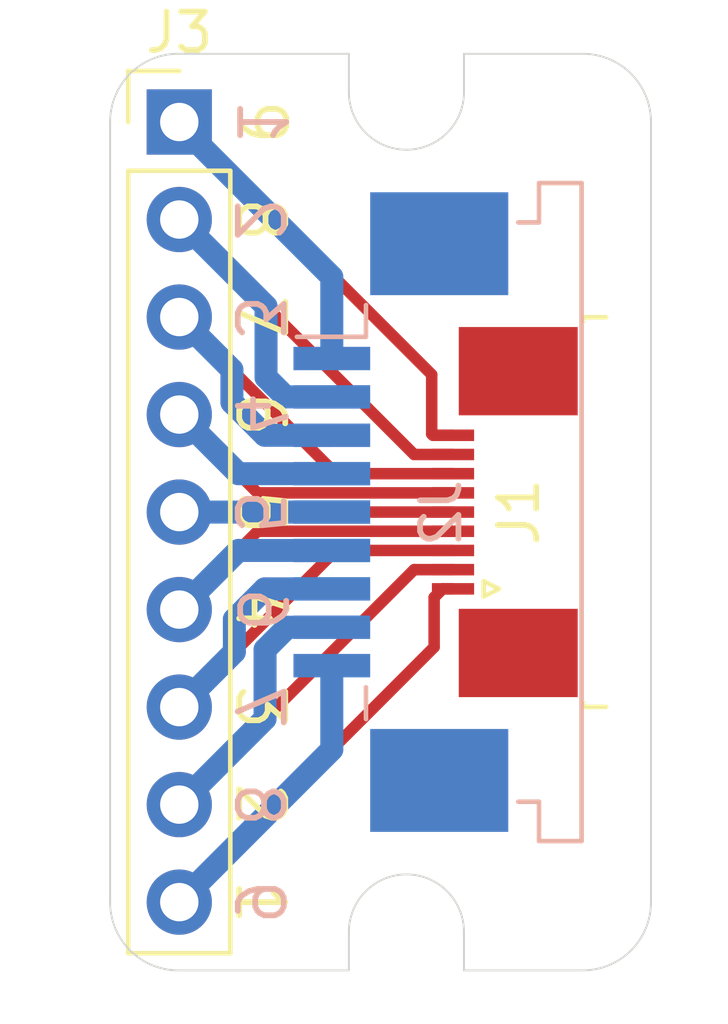
<source format=kicad_pcb>
(kicad_pcb (version 20171130) (host pcbnew "(5.1.6)-1")

  (general
    (thickness 1.6)
    (drawings 34)
    (tracks 48)
    (zones 0)
    (modules 3)
    (nets 12)
  )

  (page A4)
  (layers
    (0 F.Cu signal)
    (31 B.Cu signal)
    (32 B.Adhes user)
    (33 F.Adhes user)
    (34 B.Paste user)
    (35 F.Paste user)
    (36 B.SilkS user)
    (37 F.SilkS user)
    (38 B.Mask user)
    (39 F.Mask user)
    (40 Dwgs.User user)
    (41 Cmts.User user)
    (42 Eco1.User user)
    (43 Eco2.User user)
    (44 Edge.Cuts user)
    (45 Margin user)
    (46 B.CrtYd user)
    (47 F.CrtYd user)
    (48 B.Fab user)
    (49 F.Fab user)
  )

  (setup
    (last_trace_width 0.25)
    (user_trace_width 0.3)
    (user_trace_width 0.6)
    (trace_clearance 0.2)
    (zone_clearance 0.508)
    (zone_45_only no)
    (trace_min 0.2)
    (via_size 0.8)
    (via_drill 0.4)
    (via_min_size 0.4)
    (via_min_drill 0.3)
    (uvia_size 0.3)
    (uvia_drill 0.1)
    (uvias_allowed no)
    (uvia_min_size 0.2)
    (uvia_min_drill 0.1)
    (edge_width 0.05)
    (segment_width 0.2)
    (pcb_text_width 0.3)
    (pcb_text_size 1.5 1.5)
    (mod_edge_width 0.12)
    (mod_text_size 1 1)
    (mod_text_width 0.15)
    (pad_size 1.524 1.524)
    (pad_drill 0.762)
    (pad_to_mask_clearance 0.05)
    (aux_axis_origin 0 0)
    (visible_elements 7FFFFFFF)
    (pcbplotparams
      (layerselection 0x010fc_ffffffff)
      (usegerberextensions false)
      (usegerberattributes true)
      (usegerberadvancedattributes true)
      (creategerberjobfile true)
      (excludeedgelayer true)
      (linewidth 0.100000)
      (plotframeref false)
      (viasonmask false)
      (mode 1)
      (useauxorigin false)
      (hpglpennumber 1)
      (hpglpenspeed 20)
      (hpglpendiameter 15.000000)
      (psnegative false)
      (psa4output false)
      (plotreference true)
      (plotvalue true)
      (plotinvisibletext false)
      (padsonsilk false)
      (subtractmaskfromsilk false)
      (outputformat 1)
      (mirror false)
      (drillshape 1)
      (scaleselection 1)
      (outputdirectory ""))
  )

  (net 0 "")
  (net 1 "Net-(J1-PadMP)")
  (net 2 "Net-(J1-Pad9)")
  (net 3 "Net-(J1-Pad8)")
  (net 4 "Net-(J1-Pad7)")
  (net 5 "Net-(J1-Pad6)")
  (net 6 "Net-(J1-Pad5)")
  (net 7 "Net-(J1-Pad4)")
  (net 8 "Net-(J1-Pad3)")
  (net 9 "Net-(J1-Pad2)")
  (net 10 "Net-(J1-Pad1)")
  (net 11 "Net-(J2-PadMP)")

  (net_class Default "This is the default net class."
    (clearance 0.2)
    (trace_width 0.25)
    (via_dia 0.8)
    (via_drill 0.4)
    (uvia_dia 0.3)
    (uvia_drill 0.1)
    (add_net "Net-(J1-Pad1)")
    (add_net "Net-(J1-Pad2)")
    (add_net "Net-(J1-Pad3)")
    (add_net "Net-(J1-Pad4)")
    (add_net "Net-(J1-Pad5)")
    (add_net "Net-(J1-Pad6)")
    (add_net "Net-(J1-Pad7)")
    (add_net "Net-(J1-Pad8)")
    (add_net "Net-(J1-Pad9)")
    (add_net "Net-(J1-PadMP)")
    (add_net "Net-(J2-PadMP)")
  )

  (module Connector_PinHeader_2.54mm:PinHeader_1x09_P2.54mm_Vertical (layer F.Cu) (tedit 59FED5CC) (tstamp 60D8A864)
    (at 156.6795 95.3135)
    (descr "Through hole straight pin header, 1x09, 2.54mm pitch, single row")
    (tags "Through hole pin header THT 1x09 2.54mm single row")
    (path /60D84A81)
    (fp_text reference J3 (at 0 -2.33) (layer F.SilkS)
      (effects (font (size 1 1) (thickness 0.15)))
    )
    (fp_text value Conn_01x09 (at 0 22.65) (layer F.Fab)
      (effects (font (size 1 1) (thickness 0.15)))
    )
    (fp_line (start 1.8 -1.8) (end -1.8 -1.8) (layer F.CrtYd) (width 0.05))
    (fp_line (start 1.8 22.1) (end 1.8 -1.8) (layer F.CrtYd) (width 0.05))
    (fp_line (start -1.8 22.1) (end 1.8 22.1) (layer F.CrtYd) (width 0.05))
    (fp_line (start -1.8 -1.8) (end -1.8 22.1) (layer F.CrtYd) (width 0.05))
    (fp_line (start -1.33 -1.33) (end 0 -1.33) (layer F.SilkS) (width 0.12))
    (fp_line (start -1.33 0) (end -1.33 -1.33) (layer F.SilkS) (width 0.12))
    (fp_line (start -1.33 1.27) (end 1.33 1.27) (layer F.SilkS) (width 0.12))
    (fp_line (start 1.33 1.27) (end 1.33 21.65) (layer F.SilkS) (width 0.12))
    (fp_line (start -1.33 1.27) (end -1.33 21.65) (layer F.SilkS) (width 0.12))
    (fp_line (start -1.33 21.65) (end 1.33 21.65) (layer F.SilkS) (width 0.12))
    (fp_line (start -1.27 -0.635) (end -0.635 -1.27) (layer F.Fab) (width 0.1))
    (fp_line (start -1.27 21.59) (end -1.27 -0.635) (layer F.Fab) (width 0.1))
    (fp_line (start 1.27 21.59) (end -1.27 21.59) (layer F.Fab) (width 0.1))
    (fp_line (start 1.27 -1.27) (end 1.27 21.59) (layer F.Fab) (width 0.1))
    (fp_line (start -0.635 -1.27) (end 1.27 -1.27) (layer F.Fab) (width 0.1))
    (fp_text user %R (at 0 10.16 90) (layer F.Fab)
      (effects (font (size 1 1) (thickness 0.15)))
    )
    (pad 9 thru_hole oval (at 0 20.32) (size 1.7 1.7) (drill 1) (layers *.Cu *.Mask)
      (net 10 "Net-(J1-Pad1)"))
    (pad 8 thru_hole oval (at 0 17.78) (size 1.7 1.7) (drill 1) (layers *.Cu *.Mask)
      (net 9 "Net-(J1-Pad2)"))
    (pad 7 thru_hole oval (at 0 15.24) (size 1.7 1.7) (drill 1) (layers *.Cu *.Mask)
      (net 8 "Net-(J1-Pad3)"))
    (pad 6 thru_hole oval (at 0 12.7) (size 1.7 1.7) (drill 1) (layers *.Cu *.Mask)
      (net 7 "Net-(J1-Pad4)"))
    (pad 5 thru_hole oval (at 0 10.16) (size 1.7 1.7) (drill 1) (layers *.Cu *.Mask)
      (net 6 "Net-(J1-Pad5)"))
    (pad 4 thru_hole oval (at 0 7.62) (size 1.7 1.7) (drill 1) (layers *.Cu *.Mask)
      (net 5 "Net-(J1-Pad6)"))
    (pad 3 thru_hole oval (at 0 5.08) (size 1.7 1.7) (drill 1) (layers *.Cu *.Mask)
      (net 4 "Net-(J1-Pad7)"))
    (pad 2 thru_hole oval (at 0 2.54) (size 1.7 1.7) (drill 1) (layers *.Cu *.Mask)
      (net 3 "Net-(J1-Pad8)"))
    (pad 1 thru_hole rect (at 0 0) (size 1.7 1.7) (drill 1) (layers *.Cu *.Mask)
      (net 2 "Net-(J1-Pad9)"))
    (model ${KISYS3DMOD}/Connector_PinHeader_2.54mm.3dshapes/PinHeader_1x09_P2.54mm_Vertical.wrl
      (at (xyz 0 0 0))
      (scale (xyz 1 1 1))
      (rotate (xyz 0 0 0))
    )
  )

  (module Connector_FFC-FPC:TE_84952-9_1x09-1MP_P1.0mm_Horizontal (layer B.Cu) (tedit 5AEE14E3) (tstamp 60D8A847)
    (at 162.455 105.4735 270)
    (descr "TE FPC connector, 09 bottom-side contacts, 1.0mm pitch, 1.0mm height, SMT, http://www.te.com/commerce/DocumentDelivery/DDEController?Action=srchrtrv&DocNm=84952&DocType=Customer+Drawing&DocLang=English&DocFormat=pdf&PartCntxt=84952-4")
    (tags "te fpc 84952")
    (path /60D8525B)
    (attr smd)
    (fp_text reference J2 (at 0.0265 -1.045 270) (layer B.SilkS)
      (effects (font (size 1 1) (thickness 0.15)) (justify mirror))
    )
    (fp_text value Conn_01x09_MountingPin (at 0 -7.7 270) (layer B.Fab)
      (effects (font (size 1 1) (thickness 0.15)) (justify mirror))
    )
    (fp_line (start 8.96 3.3) (end -8.96 3.3) (layer B.CrtYd) (width 0.05))
    (fp_line (start 8.96 -7) (end 8.96 3.3) (layer B.CrtYd) (width 0.05))
    (fp_line (start -8.96 -7) (end 8.96 -7) (layer B.CrtYd) (width 0.05))
    (fp_line (start -8.96 3.3) (end -8.96 -7) (layer B.CrtYd) (width 0.05))
    (fp_line (start 4.565 0.91) (end 5.39 0.91) (layer B.SilkS) (width 0.12))
    (fp_line (start -4.565 0.91) (end -4.565 2.71) (layer B.SilkS) (width 0.12))
    (fp_line (start -5.39 0.91) (end -4.565 0.91) (layer B.SilkS) (width 0.12))
    (fp_line (start -7.545 -3.6) (end -7.545 -3.06) (layer B.SilkS) (width 0.12))
    (fp_line (start -8.57 -3.6) (end -7.545 -3.6) (layer B.SilkS) (width 0.12))
    (fp_line (start -8.57 -4.71) (end -8.57 -3.6) (layer B.SilkS) (width 0.12))
    (fp_line (start 8.57 -4.71) (end -8.57 -4.71) (layer B.SilkS) (width 0.12))
    (fp_line (start 8.57 -3.6) (end 8.57 -4.71) (layer B.SilkS) (width 0.12))
    (fp_line (start 7.545 -3.6) (end 8.57 -3.6) (layer B.SilkS) (width 0.12))
    (fp_line (start 7.545 -3.06) (end 7.545 -3.6) (layer B.SilkS) (width 0.12))
    (fp_line (start -7.435 -5.61) (end -7.435 -4.6) (layer B.Fab) (width 0.1))
    (fp_line (start -8.46 -5.61) (end -7.435 -5.61) (layer B.Fab) (width 0.1))
    (fp_line (start -8.46 -6.5) (end -8.46 -5.61) (layer B.Fab) (width 0.1))
    (fp_line (start 8.46 -6.5) (end -8.46 -6.5) (layer B.Fab) (width 0.1))
    (fp_line (start 8.46 -5.61) (end 8.46 -6.5) (layer B.Fab) (width 0.1))
    (fp_line (start 7.435 -5.61) (end 8.46 -5.61) (layer B.Fab) (width 0.1))
    (fp_line (start 7.435 -4.6) (end 7.435 -5.61) (layer B.Fab) (width 0.1))
    (fp_line (start -4 -0.2) (end -3.5 0.8) (layer B.Fab) (width 0.1))
    (fp_line (start -4.5 0.8) (end -4 -0.2) (layer B.Fab) (width 0.1))
    (fp_line (start -7.435 -3.71) (end -7.435 0.8) (layer B.Fab) (width 0.1))
    (fp_line (start -8.46 -3.71) (end -7.435 -3.71) (layer B.Fab) (width 0.1))
    (fp_line (start -8.46 -4.6) (end -8.46 -3.71) (layer B.Fab) (width 0.1))
    (fp_line (start 8.46 -4.6) (end -8.46 -4.6) (layer B.Fab) (width 0.1))
    (fp_line (start 8.46 -3.71) (end 8.46 -4.6) (layer B.Fab) (width 0.1))
    (fp_line (start 7.435 -3.71) (end 8.46 -3.71) (layer B.Fab) (width 0.1))
    (fp_line (start 7.435 0.8) (end 7.435 -3.71) (layer B.Fab) (width 0.1))
    (fp_line (start -7.435 0.8) (end 7.435 0.8) (layer B.Fab) (width 0.1))
    (fp_text user %R (at 0 -1.9 270) (layer B.Fab)
      (effects (font (size 1 1) (thickness 0.15)) (justify mirror))
    )
    (pad MP smd rect (at 6.99 -1 270) (size 2.68 3.6) (layers B.Cu B.Paste B.Mask)
      (net 11 "Net-(J2-PadMP)"))
    (pad MP smd rect (at -6.99 -1 270) (size 2.68 3.6) (layers B.Cu B.Paste B.Mask)
      (net 11 "Net-(J2-PadMP)"))
    (pad 9 smd rect (at 4 1.8 270) (size 0.61 2) (layers B.Cu B.Paste B.Mask)
      (net 10 "Net-(J1-Pad1)"))
    (pad 8 smd rect (at 3 1.8 270) (size 0.61 2) (layers B.Cu B.Paste B.Mask)
      (net 9 "Net-(J1-Pad2)"))
    (pad 7 smd rect (at 2 1.8 270) (size 0.61 2) (layers B.Cu B.Paste B.Mask)
      (net 8 "Net-(J1-Pad3)"))
    (pad 6 smd rect (at 1 1.8 270) (size 0.61 2) (layers B.Cu B.Paste B.Mask)
      (net 7 "Net-(J1-Pad4)"))
    (pad 5 smd rect (at 0 1.8 270) (size 0.61 2) (layers B.Cu B.Paste B.Mask)
      (net 6 "Net-(J1-Pad5)"))
    (pad 4 smd rect (at -1 1.8 270) (size 0.61 2) (layers B.Cu B.Paste B.Mask)
      (net 5 "Net-(J1-Pad6)"))
    (pad 3 smd rect (at -2 1.8 270) (size 0.61 2) (layers B.Cu B.Paste B.Mask)
      (net 4 "Net-(J1-Pad7)"))
    (pad 2 smd rect (at -3 1.8 270) (size 0.61 2) (layers B.Cu B.Paste B.Mask)
      (net 3 "Net-(J1-Pad8)"))
    (pad 1 smd rect (at -4 1.8 270) (size 0.61 2) (layers B.Cu B.Paste B.Mask)
      (net 2 "Net-(J1-Pad9)"))
    (model ${KISYS3DMOD}/Connector_FFC-FPC.3dshapes/TE_84952-9_1x09-1MP_P1.0mm_Horizontal.wrl
      (at (xyz 0 0 0))
      (scale (xyz 1 1 1))
      (rotate (xyz 0 0 0))
    )
  )

  (module Connector_FFC-FPC:TE_0-1734839-9_1x09-1MP_P0.5mm_Horizontal (layer F.Cu) (tedit 5DB5C65C) (tstamp 60D8AF77)
    (at 165.1635 105.4735 90)
    (descr "TE FPC connector, 09 top-side contacts, 0.5mm pitch, SMT, https://www.te.com/commerce/DocumentDelivery/DDEController?Action=showdoc&DocId=Customer+Drawing%7F1734839%7FC%7Fpdf%7FEnglish%7FENG_CD_1734839_C_C_1734839.pdf%7F4-1734839-0")
    (tags "te fpc 1734839")
    (path /60D85BB0)
    (attr smd)
    (fp_text reference J1 (at 0 0.3645 90) (layer F.SilkS)
      (effects (font (size 1 1) (thickness 0.15)))
    )
    (fp_text value Conn_01x09_MountingPin (at 0 3.25 90) (layer Dwgs.User)
      (effects (font (size 0.5 0.5) (thickness 0.08)))
    )
    (fp_line (start 5.46 -2.4) (end -5.46 -2.4) (layer F.CrtYd) (width 0.05))
    (fp_line (start 5.46 4.25) (end 5.46 -2.4) (layer F.CrtYd) (width 0.05))
    (fp_line (start -5.46 4.25) (end 5.46 4.25) (layer F.CrtYd) (width 0.05))
    (fp_line (start -5.46 -2.4) (end -5.46 4.25) (layer F.CrtYd) (width 0.05))
    (fp_line (start 4.855 2.75) (end -4.855 2.75) (layer Dwgs.User) (width 0.1))
    (fp_line (start -1.8 -0.55) (end -2.2 -0.55) (layer F.SilkS) (width 0.12))
    (fp_line (start -2 -0.15) (end -1.8 -0.55) (layer F.SilkS) (width 0.12))
    (fp_line (start -2.2 -0.55) (end -2 -0.15) (layer F.SilkS) (width 0.12))
    (fp_line (start 5.075 2.04) (end 5.075 2.64) (layer F.SilkS) (width 0.12))
    (fp_line (start 4.965 2.04) (end 5.075 2.04) (layer F.SilkS) (width 0.12))
    (fp_line (start -5.075 2.04) (end -5.075 2.64) (layer F.SilkS) (width 0.12))
    (fp_line (start -4.965 2.04) (end -5.075 2.04) (layer F.SilkS) (width 0.12))
    (fp_line (start -2 0.15) (end -1.6 -0.65) (layer F.Fab) (width 0.1))
    (fp_line (start -2.4 -0.65) (end -2 0.15) (layer F.Fab) (width 0.1))
    (fp_line (start -4.31 2.15) (end -4.31 -0.65) (layer F.Fab) (width 0.1))
    (fp_line (start -4.965 2.15) (end -4.31 2.15) (layer F.Fab) (width 0.1))
    (fp_line (start -4.965 3.75) (end -4.965 2.15) (layer F.Fab) (width 0.1))
    (fp_line (start 4.965 3.75) (end -4.965 3.75) (layer F.Fab) (width 0.1))
    (fp_line (start 4.965 2.15) (end 4.965 3.75) (layer F.Fab) (width 0.1))
    (fp_line (start 4.31 2.15) (end 4.965 2.15) (layer F.Fab) (width 0.1))
    (fp_line (start 4.31 -0.65) (end 4.31 2.15) (layer F.Fab) (width 0.1))
    (fp_line (start -4.31 -0.65) (end 4.31 -0.65) (layer F.Fab) (width 0.1))
    (fp_text user %R (at 0 1.55 90) (layer F.Fab)
      (effects (font (size 1 1) (thickness 0.15)))
    )
    (pad MP smd rect (at 3.67 0.35 90) (size 2.3 3.1) (layers F.Cu F.Paste F.Mask)
      (net 1 "Net-(J1-PadMP)"))
    (pad MP smd rect (at -3.67 0.35 90) (size 2.3 3.1) (layers F.Cu F.Paste F.Mask)
      (net 1 "Net-(J1-PadMP)"))
    (pad 9 smd rect (at 2 -1.35 90) (size 0.3 1.1) (layers F.Cu F.Paste F.Mask)
      (net 2 "Net-(J1-Pad9)"))
    (pad 8 smd rect (at 1.5 -1.35 90) (size 0.3 1.1) (layers F.Cu F.Paste F.Mask)
      (net 3 "Net-(J1-Pad8)"))
    (pad 7 smd rect (at 1 -1.35 90) (size 0.3 1.1) (layers F.Cu F.Paste F.Mask)
      (net 4 "Net-(J1-Pad7)"))
    (pad 6 smd rect (at 0.5 -1.35 90) (size 0.3 1.1) (layers F.Cu F.Paste F.Mask)
      (net 5 "Net-(J1-Pad6)"))
    (pad 5 smd rect (at 0 -1.35 90) (size 0.3 1.1) (layers F.Cu F.Paste F.Mask)
      (net 6 "Net-(J1-Pad5)"))
    (pad 4 smd rect (at -0.5 -1.35 90) (size 0.3 1.1) (layers F.Cu F.Paste F.Mask)
      (net 7 "Net-(J1-Pad4)"))
    (pad 3 smd rect (at -1 -1.35 90) (size 0.3 1.1) (layers F.Cu F.Paste F.Mask)
      (net 8 "Net-(J1-Pad3)"))
    (pad 2 smd rect (at -1.5 -1.35 90) (size 0.3 1.1) (layers F.Cu F.Paste F.Mask)
      (net 9 "Net-(J1-Pad2)"))
    (pad 1 smd rect (at -2 -1.35 90) (size 0.3 1.1) (layers F.Cu F.Paste F.Mask)
      (net 10 "Net-(J1-Pad1)"))
    (model ${KISYS3DMOD}/Connector_FFC-FPC.3dshapes/TE_0-1734839-9_1x09-1MP_P0.5mm_Horizontal.wrl
      (at (xyz 0 0 0))
      (scale (xyz 1 1 1))
      (rotate (xyz 0 0 0))
    )
  )

  (gr_text 7 (at 158.75 110.5535 270) (layer B.SilkS) (tstamp 60DE8313)
    (effects (font (size 1.2 1.2) (thickness 0.15)) (justify mirror))
  )
  (gr_text 9 (at 158.75 115.6335 270) (layer B.SilkS) (tstamp 60DE8312)
    (effects (font (size 1.2 1.2) (thickness 0.15)) (justify mirror))
  )
  (gr_text 1 (at 158.8135 95.3135 270) (layer B.SilkS) (tstamp 60DE8311)
    (effects (font (size 1.2 1.2) (thickness 0.15)) (justify mirror))
  )
  (gr_text 2 (at 158.75 97.8535 270) (layer B.SilkS) (tstamp 60DE8310)
    (effects (font (size 1.2 1.2) (thickness 0.15)) (justify mirror))
  )
  (gr_text 3 (at 158.75 100.3935 270) (layer B.SilkS) (tstamp 60DE8825)
    (effects (font (size 1.2 1.2) (thickness 0.15)) (justify mirror))
  )
  (gr_text 6 (at 158.8135 108.0135 270) (layer B.SilkS) (tstamp 60DE830E)
    (effects (font (size 1.2 1.2) (thickness 0.15)) (justify mirror))
  )
  (gr_text 4 (at 158.75 102.9335 270) (layer B.SilkS) (tstamp 60DE830D)
    (effects (font (size 1.2 1.2) (thickness 0.15)) (justify mirror))
  )
  (gr_text 8 (at 158.75 113.0935 270) (layer B.SilkS) (tstamp 60DE830C)
    (effects (font (size 1.2 1.2) (thickness 0.15)))
  )
  (gr_text 5 (at 158.75 105.4735 270) (layer B.SilkS) (tstamp 60DE830B)
    (effects (font (size 1.2 1.2) (thickness 0.15)) (justify mirror))
  )
  (gr_text 1 (at 158.7885 115.6335 270) (layer F.SilkS) (tstamp 60DE8250)
    (effects (font (size 1.2 1.2) (thickness 0.15)))
  )
  (gr_text 2 (at 158.7885 113.0935 270) (layer F.SilkS) (tstamp 60DE8250)
    (effects (font (size 1.2 1.2) (thickness 0.15)))
  )
  (gr_text 3 (at 158.7885 110.5535 270) (layer F.SilkS) (tstamp 60DE8250)
    (effects (font (size 1.2 1.2) (thickness 0.15)))
  )
  (gr_text 4 (at 158.7885 108.0135 270) (layer F.SilkS) (tstamp 60DE8250)
    (effects (font (size 1.2 1.2) (thickness 0.15)))
  )
  (gr_text 5 (at 158.7885 105.4735 270) (layer F.SilkS) (tstamp 60DE8250)
    (effects (font (size 1.2 1.2) (thickness 0.15)))
  )
  (gr_text 6 (at 158.7885 102.9335 270) (layer F.SilkS) (tstamp 60DE8250)
    (effects (font (size 1.2 1.2) (thickness 0.15)))
  )
  (gr_text 7 (at 158.7885 100.3935 270) (layer F.SilkS) (tstamp 60DE8250)
    (effects (font (size 1.2 1.2) (thickness 0.15)))
  )
  (gr_text 8 (at 158.7885 97.8535 270) (layer F.SilkS) (tstamp 60DE8250)
    (effects (font (size 1.2 1.2) (thickness 0.15)))
  )
  (gr_text 9 (at 158.8135 95.3135 270) (layer F.SilkS) (tstamp 60DE84A0)
    (effects (font (size 1.2 1.2) (thickness 0.15)))
  )
  (gr_line (start 164.0995 117.4115) (end 167.1955 117.4115) (layer Edge.Cuts) (width 0.05) (tstamp 60DE8161))
  (gr_line (start 164.0995 117.4115) (end 164.0995 116.4115) (layer Edge.Cuts) (width 0.05) (tstamp 60DE813F))
  (gr_line (start 161.0995 116.4115) (end 161.0995 117.4115) (layer Edge.Cuts) (width 0.05) (tstamp 60DE813E))
  (gr_arc (start 162.5995 116.4115) (end 164.0995 116.4115) (angle -180) (layer Edge.Cuts) (width 0.05) (tstamp 60DE813D))
  (gr_line (start 156.6545 117.4115) (end 161.0995 117.4115) (layer Edge.Cuts) (width 0.05) (tstamp 60DE8135))
  (gr_line (start 161.0995 93.5355) (end 161.0995 94.5355) (layer Edge.Cuts) (width 0.05) (tstamp 60DE812C))
  (gr_arc (start 162.5995 94.5355) (end 161.0995 94.5355) (angle -180) (layer Edge.Cuts) (width 0.05) (tstamp 60DE812B))
  (gr_line (start 164.0995 94.5355) (end 164.0995 93.5355) (layer Edge.Cuts) (width 0.05) (tstamp 60DE812A))
  (gr_line (start 164.0995 93.5355) (end 167.1955 93.5355) (layer Edge.Cuts) (width 0.05) (tstamp 60DE8124))
  (gr_arc (start 156.6545 115.6335) (end 154.8765 115.6335) (angle -90) (layer Edge.Cuts) (width 0.05) (tstamp 60D8B127))
  (gr_arc (start 167.1955 115.6335) (end 167.1955 117.4115) (angle -90) (layer Edge.Cuts) (width 0.05) (tstamp 60D8B127))
  (gr_arc (start 167.1955 95.3135) (end 168.9735 95.3135) (angle -90) (layer Edge.Cuts) (width 0.05) (tstamp 60D8B127))
  (gr_arc (start 156.6545 95.3135) (end 156.6545 93.5355) (angle -90) (layer Edge.Cuts) (width 0.05))
  (gr_line (start 154.8765 115.6335) (end 154.8765 95.3135) (layer Edge.Cuts) (width 0.05))
  (gr_line (start 168.9735 95.3135) (end 168.9735 115.6335) (layer Edge.Cuts) (width 0.05))
  (gr_line (start 156.6545 93.5355) (end 161.0995 93.5355) (layer Edge.Cuts) (width 0.05))

  (segment (start 160.655 101.4735) (end 160.655 99.350249) (width 0.6) (layer B.Cu) (net 2))
  (segment (start 156.6795 95.374749) (end 156.6795 95.3135) (width 0.6) (layer B.Cu) (net 2))
  (segment (start 160.655 99.350249) (end 156.6795 95.374749) (width 0.6) (layer B.Cu) (net 2))
  (segment (start 163.2585 101.8925) (end 156.6795 95.3135) (width 0.3) (layer F.Cu) (net 2))
  (segment (start 163.2585 103.4415) (end 163.2585 101.8925) (width 0.3) (layer F.Cu) (net 2))
  (segment (start 163.8135 103.4735) (end 163.2905 103.4735) (width 0.3) (layer F.Cu) (net 2))
  (segment (start 163.2905 103.4735) (end 163.2585 103.4415) (width 0.3) (layer F.Cu) (net 2))
  (segment (start 158.9405 101.964002) (end 158.9405 100.1145) (width 0.6) (layer B.Cu) (net 3))
  (segment (start 158.9405 100.1145) (end 156.6795 97.8535) (width 0.6) (layer B.Cu) (net 3))
  (segment (start 160.655 102.4735) (end 159.449998 102.4735) (width 0.6) (layer B.Cu) (net 3))
  (segment (start 159.449998 102.4735) (end 158.9405 101.964002) (width 0.6) (layer B.Cu) (net 3))
  (segment (start 162.7995 103.9735) (end 156.6795 97.8535) (width 0.3) (layer F.Cu) (net 3))
  (segment (start 163.8135 103.9735) (end 162.7995 103.9735) (width 0.3) (layer F.Cu) (net 3))
  (segment (start 160.655 103.4735) (end 158.909 103.4735) (width 0.6) (layer B.Cu) (net 4))
  (segment (start 158.909 103.4735) (end 158.0515 102.616) (width 0.6) (layer B.Cu) (net 4))
  (segment (start 158.0515 101.7655) (end 156.6795 100.3935) (width 0.6) (layer B.Cu) (net 4))
  (segment (start 158.0515 102.616) (end 158.0515 101.7655) (width 0.6) (layer B.Cu) (net 4))
  (segment (start 160.7595 104.4735) (end 156.6795 100.3935) (width 0.3) (layer F.Cu) (net 4))
  (segment (start 163.8135 104.4735) (end 160.7595 104.4735) (width 0.3) (layer F.Cu) (net 4))
  (segment (start 158.2195 104.4735) (end 156.6795 102.9335) (width 0.6) (layer B.Cu) (net 5))
  (segment (start 160.655 104.4735) (end 158.2195 104.4735) (width 0.6) (layer B.Cu) (net 5))
  (segment (start 158.7195 104.9735) (end 156.6795 102.9335) (width 0.3) (layer F.Cu) (net 5))
  (segment (start 163.8135 104.9735) (end 158.7195 104.9735) (width 0.3) (layer F.Cu) (net 5))
  (segment (start 160.655 105.4735) (end 156.6795 105.4735) (width 0.6) (layer B.Cu) (net 6))
  (segment (start 163.8135 105.4735) (end 156.6795 105.4735) (width 0.3) (layer F.Cu) (net 6))
  (segment (start 158.2195 106.4735) (end 156.6795 108.0135) (width 0.6) (layer B.Cu) (net 7))
  (segment (start 160.655 106.4735) (end 158.2195 106.4735) (width 0.6) (layer B.Cu) (net 7))
  (segment (start 158.7195 105.9735) (end 156.6795 108.0135) (width 0.3) (layer F.Cu) (net 7))
  (segment (start 163.8135 105.9735) (end 158.7195 105.9735) (width 0.3) (layer F.Cu) (net 7))
  (segment (start 156.6795 110.243998) (end 156.6795 110.5535) (width 0.6) (layer B.Cu) (net 8))
  (segment (start 158.115 108.2675) (end 158.909 107.4735) (width 0.6) (layer B.Cu) (net 8))
  (segment (start 158.909 107.4735) (end 160.655 107.4735) (width 0.6) (layer B.Cu) (net 8))
  (segment (start 156.6795 110.5535) (end 158.115 109.118) (width 0.6) (layer B.Cu) (net 8))
  (segment (start 158.115 109.118) (end 158.115 108.2675) (width 0.6) (layer B.Cu) (net 8))
  (segment (start 160.7595 106.4735) (end 156.6795 110.5535) (width 0.3) (layer F.Cu) (net 8))
  (segment (start 163.8135 106.4735) (end 160.7595 106.4735) (width 0.3) (layer F.Cu) (net 8))
  (segment (start 160.655 108.4735) (end 159.4965 108.4735) (width 0.6) (layer B.Cu) (net 9))
  (segment (start 158.91501 110.85799) (end 156.6795 113.0935) (width 0.6) (layer B.Cu) (net 9))
  (segment (start 158.91501 109.05499) (end 158.91501 110.85799) (width 0.6) (layer B.Cu) (net 9))
  (segment (start 159.4965 108.4735) (end 158.91501 109.05499) (width 0.6) (layer B.Cu) (net 9))
  (segment (start 162.7995 106.9735) (end 156.6795 113.0935) (width 0.3) (layer F.Cu) (net 9))
  (segment (start 163.8135 106.9735) (end 162.7995 106.9735) (width 0.3) (layer F.Cu) (net 9))
  (segment (start 160.655 111.658) (end 156.6795 115.6335) (width 0.6) (layer B.Cu) (net 10))
  (segment (start 160.655 109.4735) (end 160.655 111.658) (width 0.6) (layer B.Cu) (net 10))
  (segment (start 163.322 108.991) (end 156.6795 115.6335) (width 0.3) (layer F.Cu) (net 10))
  (segment (start 163.322 107.696) (end 163.322 108.991) (width 0.3) (layer F.Cu) (net 10))
  (segment (start 163.8135 107.4735) (end 163.5445 107.4735) (width 0.3) (layer F.Cu) (net 10))
  (segment (start 163.5445 107.4735) (end 163.322 107.696) (width 0.3) (layer F.Cu) (net 10))

)

</source>
